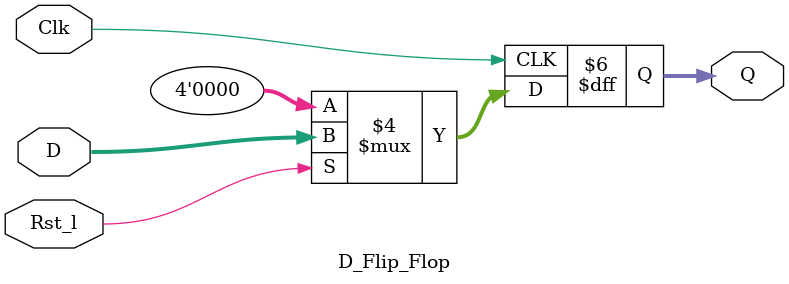
<source format=sv>
module D_Flip_Flop(Clk, Rst_l, D, Q);

  // Port declarations
  input logic [3:0] D;  // 4-bit data input
  input logic Clk;      // Clock input
  input logic Rst_l;    // Active-low reset input
  output logic [3:0] Q; // 4-bit data output

  // Always block triggered on the positive edge of the clock signal
  // This block implements a synchronous reset
  always @(posedge Clk) begin
    if (~Rst_l)
      Q <= 4'h0; // If reset is active (low), set Q to 0 (synchronous reset)
    else
      Q <= D;    // Otherwise, transfer the value of D to Q
  end
endmodule

</source>
